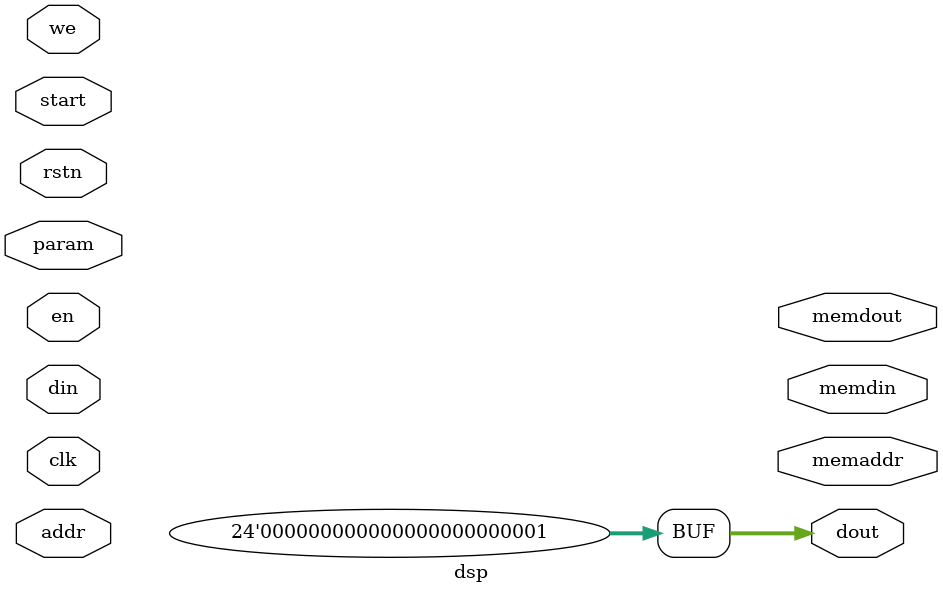
<source format=v>

module dsp(
input wire clk,
input wire rstn,
input wire en,
input wire start,
input wire [7:0] param,
input wire [2:0] addr,
input wire [bus_width - 1:0] din,
input wire we,
output wire [13:0] memdin,
output reg [bus_width - 1:0] dout,
output wire [5:0] memaddr,
output wire [13:0] memdout
);

parameter rst_val=1'b0;
parameter [31:0] thing_size=201;
parameter [31:0] bus_width=24;
// Inputs
// Outputs



wire foo;

  always @(clk) begin
    dout <= 1;
  end


endmodule

</source>
